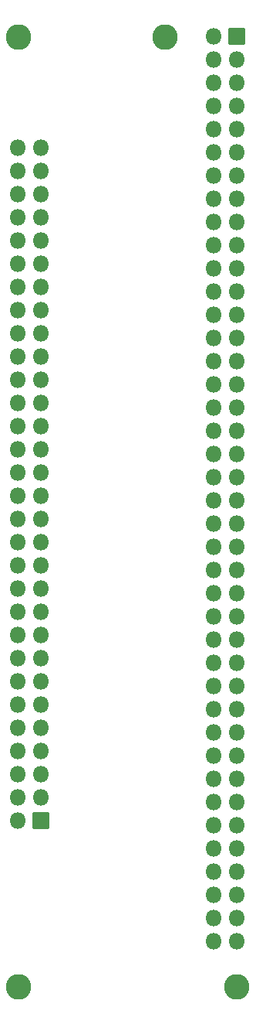
<source format=gbr>
%TF.GenerationSoftware,KiCad,Pcbnew,8.0.4*%
%TF.CreationDate,2024-07-29T13:54:58-07:00*%
%TF.ProjectId,RANDY,52414e44-592e-46b6-9963-61645f706362,0*%
%TF.SameCoordinates,Original*%
%TF.FileFunction,Soldermask,Bot*%
%TF.FilePolarity,Negative*%
%FSLAX46Y46*%
G04 Gerber Fmt 4.6, Leading zero omitted, Abs format (unit mm)*
G04 Created by KiCad (PCBNEW 8.0.4) date 2024-07-29 13:54:58*
%MOMM*%
%LPD*%
G01*
G04 APERTURE LIST*
G04 Aperture macros list*
%AMRoundRect*
0 Rectangle with rounded corners*
0 $1 Rounding radius*
0 $2 $3 $4 $5 $6 $7 $8 $9 X,Y pos of 4 corners*
0 Add a 4 corners polygon primitive as box body*
4,1,4,$2,$3,$4,$5,$6,$7,$8,$9,$2,$3,0*
0 Add four circle primitives for the rounded corners*
1,1,$1+$1,$2,$3*
1,1,$1+$1,$4,$5*
1,1,$1+$1,$6,$7*
1,1,$1+$1,$8,$9*
0 Add four rect primitives between the rounded corners*
20,1,$1+$1,$2,$3,$4,$5,0*
20,1,$1+$1,$4,$5,$6,$7,0*
20,1,$1+$1,$6,$7,$8,$9,0*
20,1,$1+$1,$8,$9,$2,$3,0*%
G04 Aperture macros list end*
%ADD10C,2.802000*%
%ADD11RoundRect,0.051000X0.850000X0.850000X-0.850000X0.850000X-0.850000X-0.850000X0.850000X-0.850000X0*%
%ADD12O,1.802000X1.802000*%
G04 APERTURE END LIST*
D10*
%TO.C,H1*%
X0Y0D03*
%TD*%
%TO.C,H2*%
X16051000Y0D03*
%TD*%
%TO.C,H3*%
X0Y-104000000D03*
%TD*%
%TO.C,H4*%
X23950400Y-104000000D03*
%TD*%
D11*
%TO.C,J1*%
X2396000Y-85824000D03*
D12*
X-144000Y-85824000D03*
X2396000Y-83284000D03*
X-144000Y-83284000D03*
X2396000Y-80744000D03*
X-144000Y-80744000D03*
X2396000Y-78204000D03*
X-144000Y-78204000D03*
X2396000Y-75664000D03*
X-144000Y-75664000D03*
X2396000Y-73124000D03*
X-144000Y-73124000D03*
X2396000Y-70584000D03*
X-144000Y-70584000D03*
X2396000Y-68044000D03*
X-144000Y-68044000D03*
X2396000Y-65504000D03*
X-144000Y-65504000D03*
X2396000Y-62964000D03*
X-144000Y-62964000D03*
X2396000Y-60424000D03*
X-144000Y-60424000D03*
X2396000Y-57884000D03*
X-144000Y-57884000D03*
X2396000Y-55344000D03*
X-144000Y-55344000D03*
X2396000Y-52804000D03*
X-144000Y-52804000D03*
X2396000Y-50264000D03*
X-144000Y-50264000D03*
X2396000Y-47724000D03*
X-144000Y-47724000D03*
X2396000Y-45184000D03*
X-144000Y-45184000D03*
X2396000Y-42644000D03*
X-144000Y-42644000D03*
X2396000Y-40104000D03*
X-144000Y-40104000D03*
X2396000Y-37564000D03*
X-144000Y-37564000D03*
X2396000Y-35024000D03*
X-144000Y-35024000D03*
X2396000Y-32484000D03*
X-144000Y-32484000D03*
X2396000Y-29944000D03*
X-144000Y-29944000D03*
X2396000Y-27404000D03*
X-144000Y-27404000D03*
X2396000Y-24864000D03*
X-144000Y-24864000D03*
X2396000Y-22324000D03*
X-144000Y-22324000D03*
X2396000Y-19784000D03*
X-144000Y-19784000D03*
X2396000Y-17244000D03*
X-144000Y-17244000D03*
X2396000Y-14704000D03*
X-144000Y-14704000D03*
X2396000Y-12164000D03*
X-144000Y-12164000D03*
%TD*%
D11*
%TO.C,J2*%
X23895800Y28000D03*
D12*
X23895800Y-2512000D03*
X23895800Y-5052000D03*
X23895800Y-7592000D03*
X23895800Y-10132000D03*
X23895800Y-12672000D03*
X23895800Y-15212000D03*
X23895800Y-17752000D03*
X23895800Y-20292000D03*
X23895800Y-22832000D03*
X23895800Y-25372000D03*
X23895800Y-27912000D03*
X23895800Y-30452000D03*
X23895800Y-32992000D03*
X23895800Y-35532000D03*
X23895800Y-38072000D03*
X23895800Y-40612000D03*
X23895800Y-43152000D03*
X23895800Y-45692000D03*
X23895800Y-48232000D03*
X23895800Y-50772000D03*
X23895800Y-53312000D03*
X23895800Y-55852000D03*
X23895800Y-58392000D03*
X23895800Y-60932000D03*
X23895800Y-63472000D03*
X23895800Y-66012000D03*
X23895800Y-68552000D03*
X23895800Y-71092000D03*
X23895800Y-73632000D03*
X23895800Y-76172000D03*
X23895800Y-78712000D03*
X23895800Y-81252000D03*
X23895800Y-83792000D03*
X23895800Y-86332000D03*
X23895800Y-88872000D03*
X23895800Y-91412000D03*
X23895800Y-93952000D03*
X23895800Y-96492000D03*
X23895800Y-99032000D03*
X21355800Y28000D03*
X21355800Y-2512000D03*
X21355800Y-5052000D03*
X21355800Y-7592000D03*
X21355800Y-10132000D03*
X21355800Y-12672000D03*
X21355800Y-15212000D03*
X21355800Y-17752000D03*
X21355800Y-20292000D03*
X21355800Y-22832000D03*
X21355800Y-25372000D03*
X21355800Y-27912000D03*
X21355800Y-30452000D03*
X21355800Y-32992000D03*
X21355800Y-35532000D03*
X21355800Y-38072000D03*
X21355800Y-40612000D03*
X21355800Y-43152000D03*
X21355800Y-45692000D03*
X21355800Y-48232000D03*
X21355800Y-50772000D03*
X21355800Y-53312000D03*
X21355800Y-55852000D03*
X21355800Y-58392000D03*
X21355800Y-60932000D03*
X21355800Y-63472000D03*
X21355800Y-66012000D03*
X21355800Y-68552000D03*
X21355800Y-71092000D03*
X21355800Y-73632000D03*
X21355800Y-76172000D03*
X21355800Y-78712000D03*
X21355800Y-81252000D03*
X21355800Y-83792000D03*
X21355800Y-86332000D03*
X21355800Y-88872000D03*
X21355800Y-91412000D03*
X21355800Y-93952000D03*
X21355800Y-96492000D03*
X21355800Y-99032000D03*
%TD*%
M02*

</source>
